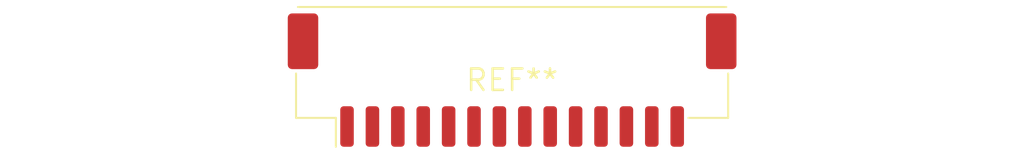
<source format=kicad_pcb>
(kicad_pcb (version 20240108) (generator pcbnew)
  (layers (0 "F.Cu" signal) (31 "B.Cu" signal) (34 "B.Paste" user) (35 "F.Paste" user) (36 "B.SilkS" user "B.Silkscreen") (37 "F.SilkS" user "F.Silkscreen") (38 "B.Mask" user) (39 "F.Mask" user) (44 "Edge.Cuts" user))
  (net 0 "")
  (footprint "Molex_CLIK-Mate_505405-1470_1x14-1MP_P1.50mm_Vertical" (layer "F.Cu") (at 0 0)
    (property "Reference" "REF**")
    (property "Value" "Molex_CLIK-Mate_505405-1470_1x14-1MP_P1.50mm_Vertical")
    (fp_line (start -12.76 -0.39) (end -12.76 2.24) (layer "F.SilkS") (stroke (width 0.12)))
    (fp_line (start -12.76 2.24) (end -10.41 2.24) (layer "F.SilkS") (stroke (width 0.12)))
    (fp_line (start -12.65 -4.33) (end 12.65 -4.33) (layer "F.SilkS") (stroke (width 0.12)))
    (fp_line (start -10.41 2.24) (end -10.41 3.95) (layer "F.SilkS") (stroke (width 0.12)))
    (fp_line (start 12.76 -0.39) (end 12.76 2.24) (layer "F.SilkS") (stroke (width 0.12)))
    (fp_line (start 12.76 2.24) (end 10.41 2.24) (layer "F.SilkS") (stroke (width 0.12)))
    (pad "1" smd roundrect (at -9.75 2.75) (size 0.8 2.4) (layers "F.Cu" "F.Paste" "F.Mask"))
    (pad "2" smd roundrect (at -8.25 2.75) (size 0.8 2.4) (layers "F.Cu" "F.Paste" "F.Mask"))
    (pad "3" smd roundrect (at -6.75 2.75) (size 0.8 2.4) (layers "F.Cu" "F.Paste" "F.Mask"))
    (pad "4" smd roundrect (at -5.25 2.75) (size 0.8 2.4) (layers "F.Cu" "F.Paste" "F.Mask"))
    (pad "5" smd roundrect (at -3.75 2.75) (size 0.8 2.4) (layers "F.Cu" "F.Paste" "F.Mask"))
    (pad "6" smd roundrect (at -2.25 2.75) (size 0.8 2.4) (layers "F.Cu" "F.Paste" "F.Mask"))
    (pad "7" smd roundrect (at -0.75 2.75) (size 0.8 2.4) (layers "F.Cu" "F.Paste" "F.Mask"))
    (pad "8" smd roundrect (at 0.75 2.75) (size 0.8 2.4) (layers "F.Cu" "F.Paste" "F.Mask"))
    (pad "9" smd roundrect (at 2.25 2.75) (size 0.8 2.4) (layers "F.Cu" "F.Paste" "F.Mask"))
    (pad "10" smd roundrect (at 3.75 2.75) (size 0.8 2.4) (layers "F.Cu" "F.Paste" "F.Mask"))
    (pad "11" smd roundrect (at 5.25 2.75) (size 0.8 2.4) (layers "F.Cu" "F.Paste" "F.Mask"))
    (pad "12" smd roundrect (at 6.75 2.75) (size 0.8 2.4) (layers "F.Cu" "F.Paste" "F.Mask"))
    (pad "13" smd roundrect (at 8.25 2.75) (size 0.8 2.4) (layers "F.Cu" "F.Paste" "F.Mask"))
    (pad "14" smd roundrect (at 9.75 2.75) (size 0.8 2.4) (layers "F.Cu" "F.Paste" "F.Mask"))
    (pad "MP" smd roundrect (at -12.35 -2.3) (size 1.8 3.3) (layers "F.Cu" "F.Paste" "F.Mask") (roundrect_rratio 0.138889))
    (pad "MP" smd roundrect (at 12.35 -2.3) (size 1.8 3.3) (layers "F.Cu" "F.Paste" "F.Mask") (roundrect_rratio 0.138889))
  )
)
</source>
